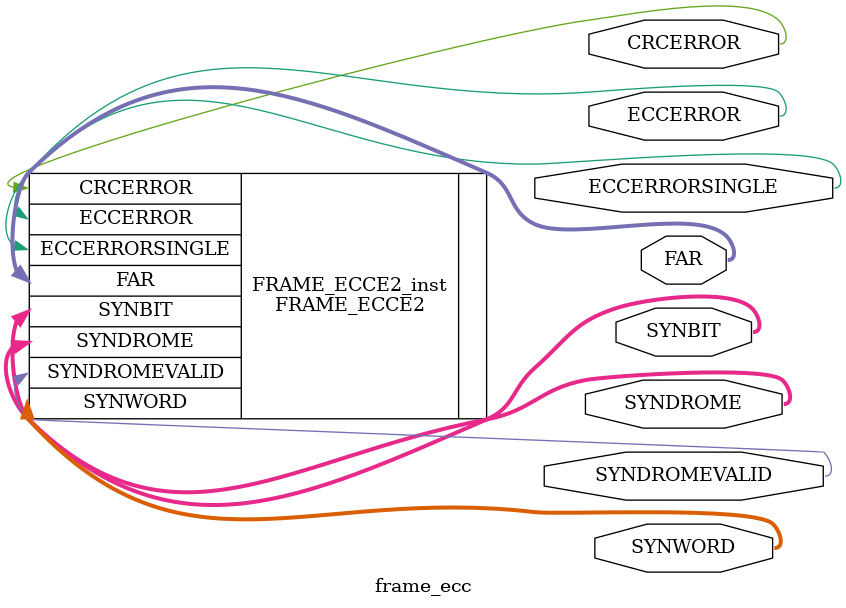
<source format=v>
module frame_ecc(output CRCERROR, output ECCERROR, output ECCERRORSINGLE, output [26:0] FAR, output [4:0] SYNBIT, output [12:0] SYNDROME, output SYNDROMEVALID, output [6:0] SYNWORD );
FRAME_ECCE2 #(
   .FARSRC("EFAR"),                // Determines if the output of FAR[25:0] configuration register points to
                                   // the FAR or EFAR. Sets configuration option register bit CTL0[7].
   .FRAME_RBT_IN_FILENAME("NONE")  // This file is output by the ICAP_E2 model and it contains Frame Data
                                   // information for the Raw Bitstream (RBT) file. The FRAME_ECCE2 model
                                   // will parse this file, calculate ECC and output any error conditions.
)
FRAME_ECCE2_inst (
   .CRCERROR(CRCERROR),             // 1-bit output: Output indicating a CRC error.
   .ECCERROR(ECCERROR),             // 1-bit output: Output indicating an ECC error.
   .ECCERRORSINGLE(ECCERRORSINGLE), // 1-bit output: Output Indicating single-bit Frame ECC error detected.
   .FAR(FAR),                       // 26-bit output: Frame Address Register Value output.
   .SYNBIT(SYNBIT),                 // 5-bit output: Output bit address of error.
   .SYNDROME(SYNDROME),             // 13-bit output: Output location of erroneous bit.
   .SYNDROMEVALID(SYNDROMEVALID),   // 1-bit output: Frame ECC output indicating the SYNDROME output is
                                    // valid.

   .SYNWORD(SYNWORD)                // 7-bit output: Word output in the frame where an ECC error has been
                                    // detected.

);
endmodule 

</source>
